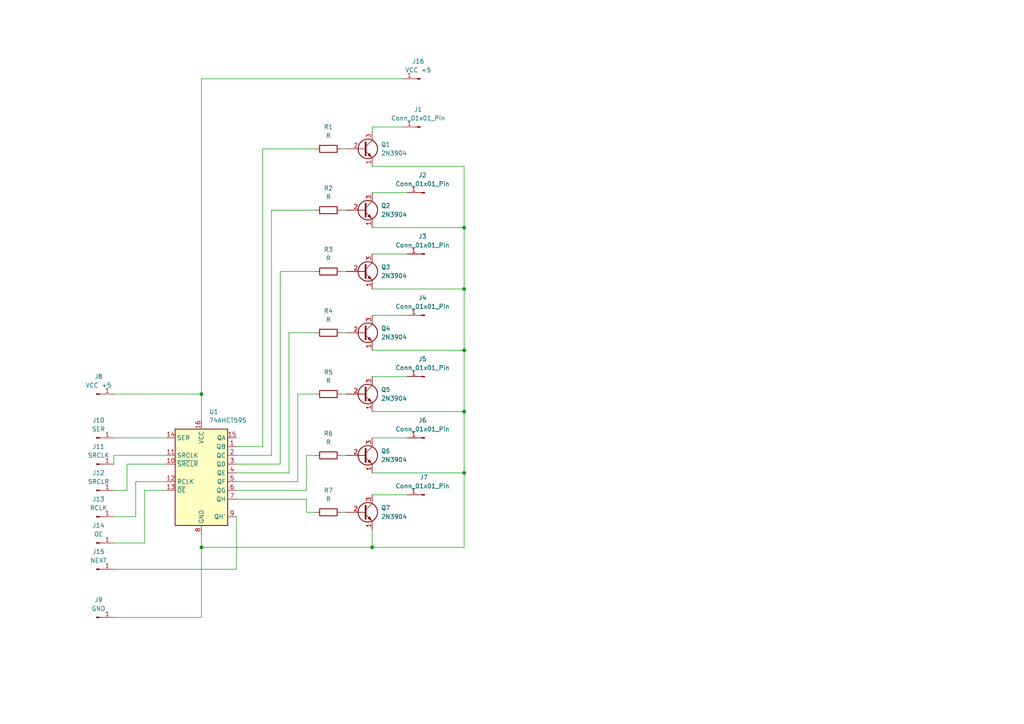
<source format=kicad_sch>
(kicad_sch (version 20231120) (generator "eeschema") (generator_version "8.0")
  (paper "A4")
  (lib_symbols
    (symbol "74xx:74AHCT595"
      (property "Reference" "U" (at -7.62 13.97 0))
      (property "Value" "74AHCT595" (at -7.62 -16.51 0))
      (symbol "74AHCT595_1_0"
        (pin tri_state line (at 10.16 7.62 180) (length 2.54) (name "QB") (number "1"))
        (pin input line (at -10.16 2.54 0) (length 2.54) (name "~{SRCLR}") (number "10"))
        (pin input line (at -10.16 5.08 0) (length 2.54) (name "SRCLK") (number "11"))
        (pin input line (at -10.16 -2.54 0) (length 2.54) (name "RCLK") (number "12"))
        (pin input line (at -10.16 -5.08 0) (length 2.54) (name "~{OE}") (number "13"))
        (pin input line (at -10.16 10.16 0) (length 2.54) (name "SER") (number "14"))
        (pin tri_state line (at 10.16 10.16 180) (length 2.54) (name "QA") (number "15"))
        (pin power_in line (at 0 15.24 270) (length 2.54) (name "VCC") (number "16"))
        (pin tri_state line (at 10.16 5.08 180) (length 2.54) (name "QC") (number "2"))
        (pin tri_state line (at 10.16 2.54 180) (length 2.54) (name "QD") (number "3"))
        (pin tri_state line (at 10.16 0 180) (length 2.54) (name "QE") (number "4"))
        (pin tri_state line (at 10.16 -2.54 180) (length 2.54) (name "QF") (number "5"))
        (pin tri_state line (at 10.16 -5.08 180) (length 2.54) (name "QG") (number "6"))
        (pin tri_state line (at 10.16 -7.62 180) (length 2.54) (name "QH") (number "7"))
        (pin power_in line (at 0 -17.78 90) (length 2.54) (name "GND") (number "8"))
        (pin output line (at 10.16 -12.7 180) (length 2.54) (name "QH'") (number "9"))
      )
      (symbol "74AHCT595_1_1"
        (rectangle (start -7.62 12.7) (end 7.62 -15.24) (stroke (width 0.254)) (fill (type background)))
      )
    )
    (symbol "Connector:Conn_01x01_Pin" (pin_names (offset 1.016) hide)
      (property "Reference" "J" (at 0 2.54 0))
      (property "Value" "Conn_01x01_Pin" (at 0 -2.54 0))
      (symbol "Conn_01x01_Pin_1_1"
        (polyline (pts (xy 1.27 0) (xy 0.8636 0)) (stroke (width 0.1524)))
        (rectangle (start 0.8636 0.127) (end 0 -0.127) (stroke (width 0.1524)) (fill (type outline)))
        (pin passive line (at 5.08 0 180) (length 3.81) (name "Pin_1") (number "1"))
      )
    )
    (symbol "Device:R" (pin_numbers hide) (pin_names (offset 0))
      (property "Reference" "R" (at 2.032 0 90))
      (property "Value" "R" (at 0 0 90))
      (symbol "R_0_1"
        (rectangle (start -1.016 -2.54) (end 1.016 2.54) (stroke (width 0.254)))
      )
      (symbol "R_1_1"
        (pin passive line (at 0 3.81 270) (length 1.27) (name "~") (number "1"))
        (pin passive line (at 0 -3.81 90) (length 1.27) (name "~") (number "2"))
      )
    )
    (symbol "Transistor_BJT:2N3904" (pin_names (offset 0) hide)
      (property "Reference" "Q" (at 5.08 1.905 0))
      (property "Value" "2N3904" (at 5.08 0 0))
      (symbol "2N3904_0_1"
        (polyline (pts (xy 0.635 0.635) (xy 2.54 2.54)))
        (polyline (pts (xy 0.635 -0.635) (xy 2.54 -2.54) (xy 2.54 -2.54)))
        (polyline (pts (xy 0.635 1.905) (xy 0.635 -1.905) (xy 0.635 -1.905)) (stroke (width 0.508)))
        (polyline (pts (xy 1.27 -1.778) (xy 1.778 -1.27) (xy 2.286 -2.286) (xy 1.27 -1.778) (xy 1.27 -1.778)) (fill (type outline)))
        (circle (center 1.27 0) (radius 2.8194) (stroke (width 0.254)))
      )
      (symbol "2N3904_1_1"
        (pin passive line (at 2.54 -5.08 90) (length 2.54) (name "E") (number "1"))
        (pin passive line (at -5.08 0 0) (length 5.715) (name "B") (number "2"))
        (pin passive line (at 2.54 5.08 270) (length 2.54) (name "C") (number "3"))
      )
    )
  )
  (junction (at 134.62 119.38))
  (junction (at 58.42 114.3))
  (junction (at 134.62 66.04))
  (junction (at 134.62 137.16))
  (junction (at 107.95 158.75))
  (junction (at 58.42 158.75))
  (junction (at 134.62 83.82))
  (junction (at 134.62 101.6))
  (wire (pts (xy 99.06 114.3) (xy 100.33 114.3)))
  (wire (pts (xy 76.2 129.54) (xy 76.2 43.18)))
  (wire (pts (xy 134.62 48.26) (xy 107.95 48.26)))
  (wire (pts (xy 58.42 179.07) (xy 58.42 158.75)))
  (wire (pts (xy 41.91 142.24) (xy 41.91 157.48)))
  (wire (pts (xy 83.82 96.52) (xy 91.44 96.52)))
  (wire (pts (xy 107.95 158.75) (xy 134.62 158.75)))
  (wire (pts (xy 134.62 137.16) (xy 134.62 158.75)))
  (wire (pts (xy 116.84 22.86) (xy 58.42 22.86)))
  (wire (pts (xy 68.58 132.08) (xy 78.74 132.08)))
  (wire (pts (xy 107.95 38.1) (xy 107.95 36.83)))
  (wire (pts (xy 99.06 78.74) (xy 100.33 78.74)))
  (wire (pts (xy 99.06 148.59) (xy 100.33 148.59)))
  (wire (pts (xy 107.95 83.82) (xy 134.62 83.82)))
  (wire (pts (xy 88.9 144.78) (xy 88.9 148.59)))
  (wire (pts (xy 134.62 119.38) (xy 134.62 137.16)))
  (wire (pts (xy 36.83 134.62) (xy 36.83 142.24)))
  (wire (pts (xy 81.28 78.74) (xy 91.44 78.74)))
  (wire (pts (xy 68.58 165.1) (xy 33.02 165.1)))
  (wire (pts (xy 107.95 127) (xy 118.11 127)))
  (wire (pts (xy 48.26 139.7) (xy 39.37 139.7)))
  (wire (pts (xy 134.62 83.82) (xy 134.62 101.6)))
  (wire (pts (xy 107.95 109.22) (xy 118.11 109.22)))
  (wire (pts (xy 33.02 132.08) (xy 33.02 134.62)))
  (wire (pts (xy 107.95 73.66) (xy 118.11 73.66)))
  (wire (pts (xy 107.95 119.38) (xy 134.62 119.38)))
  (wire (pts (xy 68.58 137.16) (xy 83.82 137.16)))
  (wire (pts (xy 88.9 142.24) (xy 88.9 132.08)))
  (wire (pts (xy 68.58 129.54) (xy 76.2 129.54)))
  (wire (pts (xy 107.95 91.44) (xy 118.11 91.44)))
  (wire (pts (xy 58.42 154.94) (xy 58.42 158.75)))
  (wire (pts (xy 81.28 134.62) (xy 81.28 78.74)))
  (wire (pts (xy 58.42 114.3) (xy 33.02 114.3)))
  (wire (pts (xy 88.9 148.59) (xy 91.44 148.59)))
  (wire (pts (xy 134.62 48.26) (xy 134.62 66.04)))
  (wire (pts (xy 48.26 134.62) (xy 36.83 134.62)))
  (wire (pts (xy 99.06 43.18) (xy 100.33 43.18)))
  (wire (pts (xy 39.37 139.7) (xy 39.37 149.86)))
  (wire (pts (xy 68.58 149.86) (xy 68.58 165.1)))
  (wire (pts (xy 48.26 142.24) (xy 41.91 142.24)))
  (wire (pts (xy 99.06 132.08) (xy 100.33 132.08)))
  (wire (pts (xy 76.2 43.18) (xy 91.44 43.18)))
  (wire (pts (xy 134.62 66.04) (xy 134.62 83.82)))
  (wire (pts (xy 86.36 139.7) (xy 86.36 114.3)))
  (wire (pts (xy 99.06 60.96) (xy 100.33 60.96)))
  (wire (pts (xy 107.95 55.88) (xy 118.11 55.88)))
  (wire (pts (xy 107.95 101.6) (xy 134.62 101.6)))
  (wire (pts (xy 58.42 22.86) (xy 58.42 114.3)))
  (wire (pts (xy 68.58 142.24) (xy 88.9 142.24)))
  (wire (pts (xy 68.58 144.78) (xy 88.9 144.78)))
  (wire (pts (xy 107.95 36.83) (xy 116.84 36.83)))
  (wire (pts (xy 78.74 60.96) (xy 91.44 60.96)))
  (wire (pts (xy 78.74 132.08) (xy 78.74 60.96)))
  (wire (pts (xy 107.95 158.75) (xy 58.42 158.75)))
  (wire (pts (xy 86.36 114.3) (xy 91.44 114.3)))
  (wire (pts (xy 41.91 157.48) (xy 33.02 157.48)))
  (wire (pts (xy 107.95 137.16) (xy 134.62 137.16)))
  (wire (pts (xy 58.42 121.92) (xy 58.42 114.3)))
  (wire (pts (xy 58.42 179.07) (xy 33.02 179.07)))
  (wire (pts (xy 48.26 127) (xy 33.02 127)))
  (wire (pts (xy 39.37 149.86) (xy 33.02 149.86)))
  (wire (pts (xy 88.9 132.08) (xy 91.44 132.08)))
  (wire (pts (xy 83.82 137.16) (xy 83.82 96.52)))
  (wire (pts (xy 99.06 96.52) (xy 100.33 96.52)))
  (wire (pts (xy 134.62 101.6) (xy 134.62 119.38)))
  (wire (pts (xy 107.95 153.67) (xy 107.95 158.75)))
  (wire (pts (xy 48.26 132.08) (xy 33.02 132.08)))
  (wire (pts (xy 68.58 139.7) (xy 86.36 139.7)))
  (wire (pts (xy 107.95 143.51) (xy 118.11 143.51)))
  (wire (pts (xy 68.58 134.62) (xy 81.28 134.62)))
  (wire (pts (xy 107.95 66.04) (xy 134.62 66.04)))
  (wire (pts (xy 36.83 142.24) (xy 33.02 142.24)))
  (symbol (lib_id "Connector:Conn_01x01_Pin") (at 121.92 22.86 180) (unit 1)
    (property "Reference" "J16" (at 121.285 17.78 0))
    (property "Value" "VCC +5" (at 121.285 20.32 0))
    (property "Footprint" "Connector_Pin:Pin_D0.7mm_L6.5mm_W1.8mm_FlatFork" (effects (hide yes)))
    (property "Description" "Generic connector, single row, 01x01, script generated" (effects (hide yes)))
  )
  (symbol (lib_id "Transistor_BJT:2N3904") (at 105.41 114.3 0) (unit 1)
    (property "Reference" "Q5" (at 110.49 113.0299 0) (effects (justify left)))
    (property "Value" "2N3904" (at 110.49 115.5699 0) (effects (justify left)))
    (property "Footprint" "Package_TO_SOT_THT:TO-92_Inline_Wide" (effects (hide yes)))
    (property "Datasheet" "https://www.onsemi.com/pub/Collateral/2N3903-D.PDF" (effects (hide yes)))
    (property "Description" "0.2A Ic, 40V Vce, Small Signal NPN Transistor, TO-92" (effects (hide yes)))
  )
  (symbol (lib_id "Connector:Conn_01x01_Pin") (at 123.19 91.44 180) (unit 1)
    (property "Reference" "J4" (at 122.555 86.36 0))
    (property "Value" "Conn_01x01_Pin" (at 122.555 88.9 0))
    (property "Footprint" "Connector_Pin:Pin_D0.7mm_L6.5mm_W1.8mm_FlatFork" (effects (hide yes)))
    (property "Description" "Generic connector, single row, 01x01, script generated" (effects (hide yes)))
  )
  (symbol (lib_id "Device:R") (at 95.25 148.59 90) (unit 1)
    (property "Reference" "R7" (at 95.25 142.24 90))
    (property "Value" "R" (at 95.25 144.78 90))
    (property "Footprint" "Resistor_THT:R_Axial_DIN0309_L9.0mm_D3.2mm_P12.70mm_Horizontal" (effects (hide yes)))
    (property "Description" "Resistor" (effects (hide yes)))
  )
  (symbol (lib_id "Connector:Conn_01x01_Pin") (at 123.19 127 180) (unit 1)
    (property "Reference" "J6" (at 122.555 121.92 0))
    (property "Value" "Conn_01x01_Pin" (at 122.555 124.46 0))
    (property "Footprint" "Connector_Pin:Pin_D0.7mm_L6.5mm_W1.8mm_FlatFork" (effects (hide yes)))
    (property "Description" "Generic connector, single row, 01x01, script generated" (effects (hide yes)))
  )
  (symbol (lib_id "Transistor_BJT:2N3904") (at 105.41 148.59 0) (unit 1)
    (property "Reference" "Q7" (at 110.49 147.3199 0) (effects (justify left)))
    (property "Value" "2N3904" (at 110.49 149.8599 0) (effects (justify left)))
    (property "Footprint" "Package_TO_SOT_THT:TO-92_Inline_Wide" (effects (hide yes)))
    (property "Datasheet" "https://www.onsemi.com/pub/Collateral/2N3903-D.PDF" (effects (hide yes)))
    (property "Description" "0.2A Ic, 40V Vce, Small Signal NPN Transistor, TO-92" (effects (hide yes)))
  )
  (symbol (lib_id "Device:R") (at 95.25 43.18 90) (unit 1)
    (property "Reference" "R1" (at 95.25 36.83 90))
    (property "Value" "R" (at 95.25 39.37 90))
    (property "Footprint" "Resistor_THT:R_Axial_DIN0309_L9.0mm_D3.2mm_P12.70mm_Horizontal" (effects (hide yes)))
    (property "Description" "Resistor" (effects (hide yes)))
  )
  (symbol (lib_id "Connector:Conn_01x01_Pin") (at 27.94 165.1 0) (unit 1)
    (property "Reference" "J15" (at 28.575 160.02 0))
    (property "Value" "NEXT" (at 28.575 162.56 0))
    (property "Footprint" "Connector_Pin:Pin_D0.7mm_L6.5mm_W1.8mm_FlatFork" (effects (hide yes)))
    (property "Description" "Generic connector, single row, 01x01, script generated" (effects (hide yes)))
  )
  (symbol (lib_id "Device:R") (at 95.25 78.74 90) (unit 1)
    (property "Reference" "R3" (at 95.25 72.39 90))
    (property "Value" "R" (at 95.25 74.93 90))
    (property "Footprint" "Resistor_THT:R_Axial_DIN0309_L9.0mm_D3.2mm_P12.70mm_Horizontal" (effects (hide yes)))
    (property "Description" "Resistor" (effects (hide yes)))
  )
  (symbol (lib_id "Transistor_BJT:2N3904") (at 105.41 60.96 0) (unit 1)
    (property "Reference" "Q2" (at 110.49 59.6899 0) (effects (justify left)))
    (property "Value" "2N3904" (at 110.49 62.2299 0) (effects (justify left)))
    (property "Footprint" "Package_TO_SOT_THT:TO-92_Inline_Wide" (effects (hide yes)))
    (property "Datasheet" "https://www.onsemi.com/pub/Collateral/2N3903-D.PDF" (effects (hide yes)))
    (property "Description" "0.2A Ic, 40V Vce, Small Signal NPN Transistor, TO-92" (effects (hide yes)))
  )
  (symbol (lib_id "Connector:Conn_01x01_Pin") (at 27.94 179.07 0) (unit 1)
    (property "Reference" "J9" (at 28.575 173.99 0))
    (property "Value" "GND" (at 28.575 176.53 0))
    (property "Footprint" "Connector_Pin:Pin_D0.7mm_L6.5mm_W1.8mm_FlatFork" (effects (hide yes)))
    (property "Description" "Generic connector, single row, 01x01, script generated" (effects (hide yes)))
  )
  (symbol (lib_id "Connector:Conn_01x01_Pin") (at 123.19 55.88 180) (unit 1)
    (property "Reference" "J2" (at 122.555 50.8 0))
    (property "Value" "Conn_01x01_Pin" (at 122.555 53.34 0))
    (property "Footprint" "Connector_Pin:Pin_D0.7mm_L6.5mm_W1.8mm_FlatFork" (effects (hide yes)))
    (property "Description" "Generic connector, single row, 01x01, script generated" (effects (hide yes)))
  )
  (symbol (lib_id "Connector:Conn_01x01_Pin") (at 123.19 73.66 180) (unit 1)
    (property "Reference" "J3" (at 122.555 68.58 0))
    (property "Value" "Conn_01x01_Pin" (at 122.555 71.12 0))
    (property "Footprint" "Connector_Pin:Pin_D0.7mm_L6.5mm_W1.8mm_FlatFork" (effects (hide yes)))
    (property "Description" "Generic connector, single row, 01x01, script generated" (effects (hide yes)))
  )
  (symbol (lib_id "Connector:Conn_01x01_Pin") (at 123.19 143.51 180) (unit 1)
    (property "Reference" "J7" (at 122.936 138.43 0))
    (property "Value" "Conn_01x01_Pin" (at 122.555 140.97 0))
    (property "Footprint" "Connector_Pin:Pin_D0.7mm_L6.5mm_W1.8mm_FlatFork" (effects (hide yes)))
    (property "Description" "Generic connector, single row, 01x01, script generated" (effects (hide yes)))
  )
  (symbol (lib_id "Transistor_BJT:2N3904") (at 105.41 43.18 0) (unit 1)
    (property "Reference" "Q1" (at 110.49 41.9099 0) (effects (justify left)))
    (property "Value" "2N3904" (at 110.49 44.4499 0) (effects (justify left)))
    (property "Footprint" "Package_TO_SOT_THT:TO-92_Inline_Wide" (effects (hide yes)))
    (property "Datasheet" "https://www.onsemi.com/pub/Collateral/2N3903-D.PDF" (effects (hide yes)))
    (property "Description" "0.2A Ic, 40V Vce, Small Signal NPN Transistor, TO-92" (effects (hide yes)))
  )
  (symbol (lib_id "Connector:Conn_01x01_Pin") (at 121.92 36.83 180) (unit 1)
    (property "Reference" "J1" (at 121.285 31.75 0))
    (property "Value" "Conn_01x01_Pin" (at 121.285 34.29 0))
    (property "Footprint" "Connector_Pin:Pin_D0.7mm_L6.5mm_W1.8mm_FlatFork" (effects (hide yes)))
    (property "Description" "Generic connector, single row, 01x01, script generated" (effects (hide yes)))
  )
  (symbol (lib_id "Connector:Conn_01x01_Pin") (at 27.94 149.86 0) (unit 1)
    (property "Reference" "J13" (at 28.575 144.78 0))
    (property "Value" "RCLK" (at 28.575 147.32 0))
    (property "Footprint" "Connector_Pin:Pin_D0.7mm_L6.5mm_W1.8mm_FlatFork" (effects (hide yes)))
    (property "Description" "Generic connector, single row, 01x01, script generated" (effects (hide yes)))
  )
  (symbol (lib_id "Transistor_BJT:2N3904") (at 105.41 96.52 0) (unit 1)
    (property "Reference" "Q4" (at 110.49 95.2499 0) (effects (justify left)))
    (property "Value" "2N3904" (at 110.49 97.7899 0) (effects (justify left)))
    (property "Footprint" "Package_TO_SOT_THT:TO-92_Inline_Wide" (effects (hide yes)))
    (property "Datasheet" "https://www.onsemi.com/pub/Collateral/2N3903-D.PDF" (effects (hide yes)))
    (property "Description" "0.2A Ic, 40V Vce, Small Signal NPN Transistor, TO-92" (effects (hide yes)))
  )
  (symbol (lib_id "Device:R") (at 95.25 114.3 90) (unit 1)
    (property "Reference" "R5" (at 95.25 107.95 90))
    (property "Value" "R" (at 95.25 110.49 90))
    (property "Footprint" "Resistor_THT:R_Axial_DIN0309_L9.0mm_D3.2mm_P12.70mm_Horizontal" (effects (hide yes)))
    (property "Description" "Resistor" (effects (hide yes)))
  )
  (symbol (lib_id "Connector:Conn_01x01_Pin") (at 27.94 127 0) (unit 1)
    (property "Reference" "J10" (at 28.575 121.92 0))
    (property "Value" "SER" (at 28.575 124.46 0))
    (property "Footprint" "Connector_Pin:Pin_D0.7mm_L6.5mm_W1.8mm_FlatFork" (effects (hide yes)))
    (property "Description" "Generic connector, single row, 01x01, script generated" (effects (hide yes)))
  )
  (symbol (lib_id "Connector:Conn_01x01_Pin") (at 123.19 109.22 180) (unit 1)
    (property "Reference" "J5" (at 122.555 104.14 0))
    (property "Value" "Conn_01x01_Pin" (at 122.555 106.68 0))
    (property "Footprint" "Connector_Pin:Pin_D0.7mm_L6.5mm_W1.8mm_FlatFork" (effects (hide yes)))
    (property "Description" "Generic connector, single row, 01x01, script generated" (effects (hide yes)))
  )
  (symbol (lib_id "74xx:74AHCT595") (at 58.42 137.16 0) (unit 1)
    (property "Reference" "U1" (at 60.6141 119.38 0) (effects (justify left)))
    (property "Value" "74AHCT595" (at 60.6141 121.92 0) (effects (justify left)))
    (property "Footprint" "Package_DIP:DIP-16_W7.62mm" (effects (hide yes)))
    (property "Datasheet" "https://assets.nexperia.com/documents/data-sheet/74AHC_AHCT595.pdf" (effects (hide yes)))
    (property "Description" "8-bit serial in/out Shift Register 3-State Outputs" (effects (hide yes)))
  )
  (symbol (lib_id "Device:R") (at 95.25 132.08 90) (unit 1)
    (property "Reference" "R6" (at 95.25 125.73 90))
    (property "Value" "R" (at 95.25 128.27 90))
    (property "Footprint" "Resistor_THT:R_Axial_DIN0309_L9.0mm_D3.2mm_P12.70mm_Horizontal" (effects (hide yes)))
    (property "Description" "Resistor" (effects (hide yes)))
  )
  (symbol (lib_id "Connector:Conn_01x01_Pin") (at 27.94 114.3 0) (unit 1)
    (property "Reference" "J8" (at 28.575 109.22 0))
    (property "Value" "VCC +5" (at 28.575 111.76 0))
    (property "Footprint" "Connector_Pin:Pin_D0.7mm_L6.5mm_W1.8mm_FlatFork" (effects (hide yes)))
    (property "Description" "Generic connector, single row, 01x01, script generated" (effects (hide yes)))
  )
  (symbol (lib_id "Connector:Conn_01x01_Pin") (at 27.94 157.48 0) (unit 1)
    (property "Reference" "J14" (at 28.575 152.4 0))
    (property "Value" "OE" (at 28.575 154.94 0))
    (property "Footprint" "Connector_Pin:Pin_D0.7mm_L6.5mm_W1.8mm_FlatFork" (effects (hide yes)))
    (property "Description" "Generic connector, single row, 01x01, script generated" (effects (hide yes)))
  )
  (symbol (lib_id "Connector:Conn_01x01_Pin") (at 27.94 142.24 0) (unit 1)
    (property "Reference" "J12" (at 28.575 137.16 0))
    (property "Value" "SRCLR" (at 28.575 139.7 0))
    (property "Footprint" "Connector_Pin:Pin_D0.7mm_L6.5mm_W1.8mm_FlatFork" (effects (hide yes)))
    (property "Description" "Generic connector, single row, 01x01, script generated" (effects (hide yes)))
  )
  (symbol (lib_id "Transistor_BJT:2N3904") (at 105.41 78.74 0) (unit 1)
    (property "Reference" "Q3" (at 110.49 77.4699 0) (effects (justify left)))
    (property "Value" "2N3904" (at 110.49 80.0099 0) (effects (justify left)))
    (property "Footprint" "Package_TO_SOT_THT:TO-92_Inline_Wide" (effects (hide yes)))
    (property "Datasheet" "https://www.onsemi.com/pub/Collateral/2N3903-D.PDF" (effects (hide yes)))
    (property "Description" "0.2A Ic, 40V Vce, Small Signal NPN Transistor, TO-92" (effects (hide yes)))
  )
  (symbol (lib_id "Device:R") (at 95.25 96.52 90) (unit 1)
    (property "Reference" "R4" (at 95.25 90.17 90))
    (property "Value" "R" (at 95.25 92.71 90))
    (property "Footprint" "Resistor_THT:R_Axial_DIN0309_L9.0mm_D3.2mm_P12.70mm_Horizontal" (effects (hide yes)))
    (property "Description" "Resistor" (effects (hide yes)))
  )
  (symbol (lib_id "Connector:Conn_01x01_Pin") (at 27.94 134.62 0) (unit 1)
    (property "Reference" "J11" (at 28.575 129.54 0))
    (property "Value" "SRCLK" (at 28.575 132.08 0))
    (property "Footprint" "Connector_Pin:Pin_D0.7mm_L6.5mm_W1.8mm_FlatFork" (effects (hide yes)))
    (property "Description" "Generic connector, single row, 01x01, script generated" (effects (hide yes)))
  )
  (symbol (lib_id "Transistor_BJT:2N3904") (at 105.41 132.08 0) (unit 1)
    (property "Reference" "Q6" (at 110.49 130.8099 0) (effects (justify left)))
    (property "Value" "2N3904" (at 110.49 133.3499 0) (effects (justify left)))
    (property "Footprint" "Package_TO_SOT_THT:TO-92_Inline_Wide" (effects (hide yes)))
    (property "Datasheet" "https://www.onsemi.com/pub/Collateral/2N3903-D.PDF" (effects (hide yes)))
    (property "Description" "0.2A Ic, 40V Vce, Small Signal NPN Transistor, TO-92" (effects (hide yes)))
  )
  (symbol (lib_id "Device:R") (at 95.25 60.96 90) (unit 1)
    (property "Reference" "R2" (at 95.25 54.61 90))
    (property "Value" "R" (at 95.25 57.15 90))
    (property "Footprint" "Resistor_THT:R_Axial_DIN0309_L9.0mm_D3.2mm_P12.70mm_Horizontal" (effects (hide yes)))
    (property "Description" "Resistor" (effects (hide yes)))
  )
)
</source>
